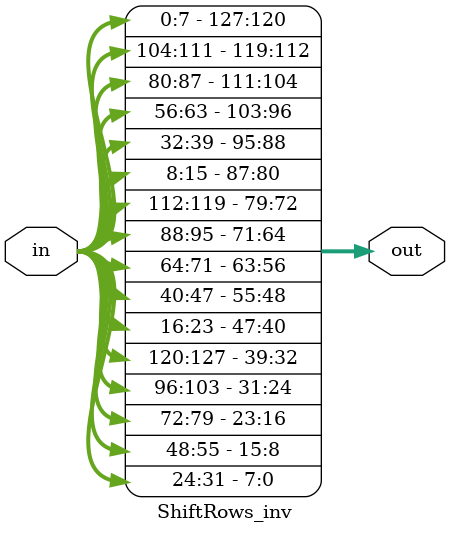
<source format=v>
module ShiftRows_inv(input[0:127] in , output reg[0:127] out); 
always@(*)
 begin
 //row1
   out[0:7]=in[0:7];
   out[32:39]=in[32:39];
   out[64:71]=in[64:71];
   out[96:103]=in[96:103];
 //row2	 
   out[8:15]=in[104:111];
   out[40:47]=in[8:15];
   out[72:79]=in[40:47];
   out[104:111]=in[72:79];
 //row3	 
   out[16:23]=in[80:87];
   out[48:55]=in[112:119];
   out[80:87]=in[16:23];
   out[112:119]=in[48:55];
 //row4	 
   out[24:31]=in[56:63];
   out[56:63]=in[88:95];
   out[88:95]=in[120:127];
   out[120:127]=in[24:31];
 end
endmodule
</source>
